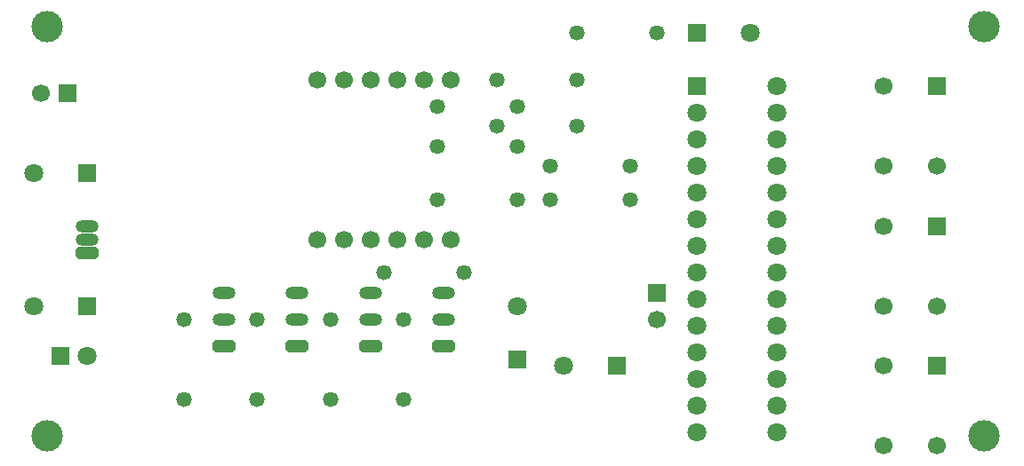
<source format=gbr>
G04 DipTrace 3.3.1.3*
G04 TopMask.gbr*
%MOIN*%
G04 #@! TF.FileFunction,Soldermask,Top*
G04 #@! TF.Part,Single*
%AMOUTLINE7*
4,1,8,
-0.031158,0.023622,
-0.043307,0.011473,
-0.043307,-0.011473,
-0.031158,-0.023622,
0.031158,-0.023622,
0.043307,-0.011473,
0.043307,0.011473,
0.031158,0.023622,
-0.031158,0.023622,
0*%
%ADD24C,0.11811*%
%ADD30C,0.057874*%
%ADD32C,0.057874*%
%ADD34O,0.086614X0.047244*%
%ADD36C,0.066929*%
%ADD38R,0.066929X0.066929*%
%ADD40R,0.070866X0.070866*%
%ADD42C,0.070866*%
%ADD55OUTLINE7*%
%FSLAX26Y26*%
G04*
G70*
G90*
G75*
G01*
G04 TopMask*
%LPD*%
D42*
X2368701Y1106201D3*
D40*
Y906201D3*
D42*
X2543701Y881201D3*
D40*
X2743701D3*
D42*
X556201Y1606201D3*
D40*
X756201D3*
D42*
X556201Y1106201D3*
D40*
X756201D3*
X656201Y918701D3*
D42*
X756201D3*
X3243701Y2131201D3*
D40*
X3043701D3*
D24*
X606201Y618701D3*
Y2156201D3*
X4118701Y618701D3*
Y2156201D3*
D38*
X681201Y1906201D3*
D36*
X581201D3*
X1618701Y1356201D3*
X1718701D3*
X1818701D3*
X1918701D3*
X2018701D3*
X1618701Y1956201D3*
X1718701D3*
X1818701D3*
X1918701D3*
X2018701D3*
X2118701Y1356201D3*
Y1956201D3*
D55*
X1818701Y956201D3*
D34*
Y1056201D3*
Y1156201D3*
D55*
X1543701Y956201D3*
D34*
Y1056201D3*
Y1156201D3*
D55*
X1268701Y956201D3*
D34*
Y1056201D3*
Y1156201D3*
D55*
X2093701Y956201D3*
D34*
Y1056201D3*
Y1156201D3*
D38*
X2893701D3*
D36*
Y1056201D3*
D32*
X2293701Y1781201D3*
D30*
X2593701D3*
D32*
X2293701Y1956201D3*
D30*
X2593701D3*
D32*
X2493701Y1631201D3*
D30*
X2793701D3*
D32*
X2493701Y1506201D3*
D30*
X2793701D3*
D32*
X2068701Y1706201D3*
D30*
X2368701D3*
D32*
X2068701Y1856201D3*
D30*
X2368701D3*
D32*
X2068701Y1506201D3*
D30*
X2368701D3*
D32*
X1868701Y1231201D3*
D30*
X2168701D3*
D32*
X1668701Y756201D3*
D30*
Y1056201D3*
D32*
X1393701Y756201D3*
D30*
Y1056201D3*
D32*
X1118701Y756201D3*
D30*
Y1056201D3*
D32*
X1943701Y756201D3*
D30*
Y1056201D3*
D32*
X2893701Y2131201D3*
D30*
X2593701D3*
D38*
X3943701Y881201D3*
D36*
X3743701D3*
Y581201D3*
X3943701D3*
D38*
Y1406201D3*
D36*
X3743701D3*
Y1106201D3*
X3943701D3*
D38*
Y1931201D3*
D36*
X3743701D3*
Y1631201D3*
X3943701D3*
D40*
X3043701Y1931201D3*
D42*
Y1831201D3*
Y1731201D3*
Y1631201D3*
Y1531201D3*
Y1431201D3*
Y1331201D3*
Y1231201D3*
Y1131201D3*
Y1031201D3*
Y931201D3*
Y831201D3*
Y731201D3*
Y631201D3*
X3343701D3*
Y731201D3*
Y831201D3*
Y931201D3*
Y1031201D3*
Y1131201D3*
Y1231201D3*
Y1331201D3*
Y1431201D3*
Y1531201D3*
Y1631201D3*
Y1731201D3*
Y1831201D3*
Y1931201D3*
D55*
X756201Y1306201D3*
D34*
Y1356201D3*
Y1406201D3*
M02*

</source>
